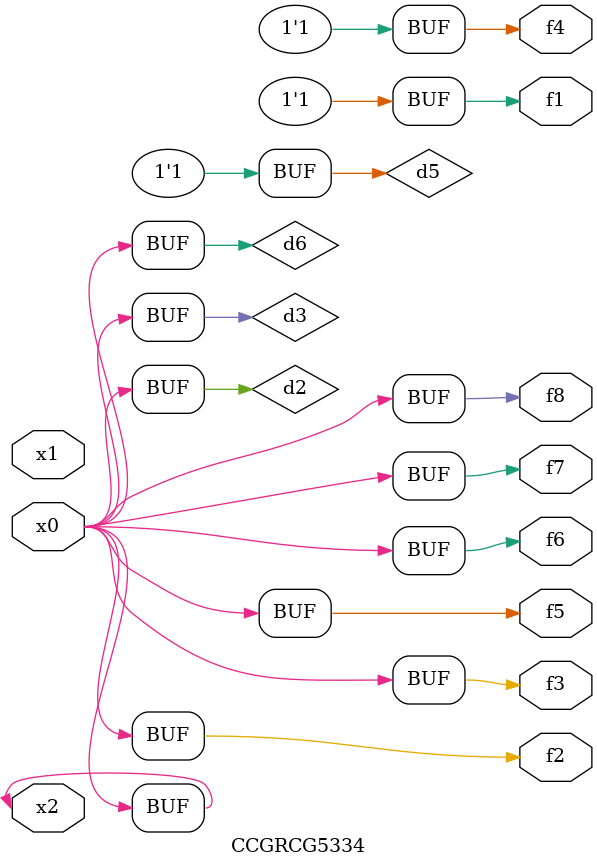
<source format=v>
module CCGRCG5334(
	input x0, x1, x2,
	output f1, f2, f3, f4, f5, f6, f7, f8
);

	wire d1, d2, d3, d4, d5, d6;

	xnor (d1, x2);
	buf (d2, x0, x2);
	and (d3, x0);
	xnor (d4, x1, x2);
	nand (d5, d1, d3);
	buf (d6, d2, d3);
	assign f1 = d5;
	assign f2 = d6;
	assign f3 = d6;
	assign f4 = d5;
	assign f5 = d6;
	assign f6 = d6;
	assign f7 = d6;
	assign f8 = d6;
endmodule

</source>
